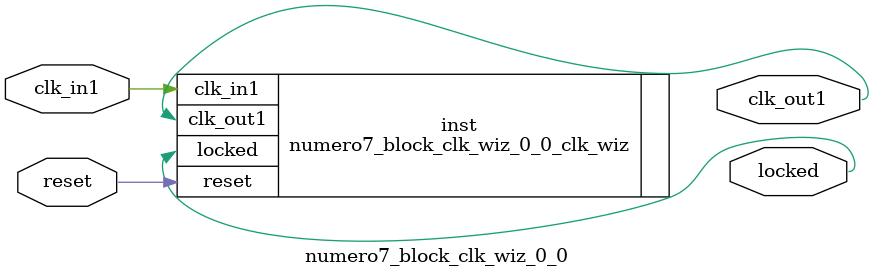
<source format=v>


`timescale 1ps/1ps

(* CORE_GENERATION_INFO = "numero7_block_clk_wiz_0_0,clk_wiz_v6_0_10_0_0,{component_name=numero7_block_clk_wiz_0_0,use_phase_alignment=true,use_min_o_jitter=false,use_max_i_jitter=false,use_dyn_phase_shift=false,use_inclk_switchover=false,use_dyn_reconfig=false,enable_axi=0,feedback_source=FDBK_AUTO,PRIMITIVE=MMCM,num_out_clk=1,clkin1_period=8.000,clkin2_period=10.000,use_power_down=false,use_reset=true,use_locked=true,use_inclk_stopped=false,feedback_type=SINGLE,CLOCK_MGR_TYPE=NA,manual_override=false}" *)

module numero7_block_clk_wiz_0_0 
 (
  // Clock out ports
  output        clk_out1,
  // Status and control signals
  input         reset,
  output        locked,
 // Clock in ports
  input         clk_in1
 );

  numero7_block_clk_wiz_0_0_clk_wiz inst
  (
  // Clock out ports  
  .clk_out1(clk_out1),
  // Status and control signals               
  .reset(reset), 
  .locked(locked),
 // Clock in ports
  .clk_in1(clk_in1)
  );

endmodule

</source>
